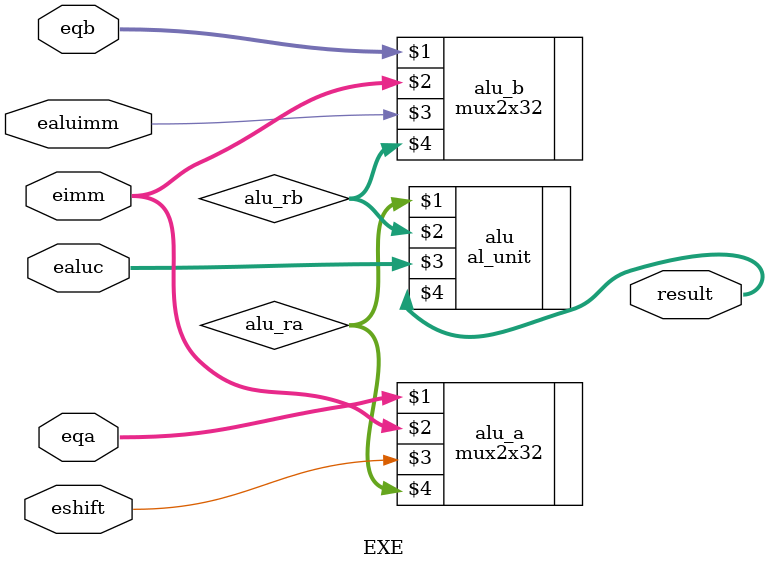
<source format=v>
`timescale 1ns / 1ps
module EXE(
  input [3:0]ealuc,
  input eshift, ealuimm,
  
  input [31:0]eqa, eqb, eimm,
  
  output [31:0]result
    );
	 
	 wire [31:0]alu_ra, alu_rb;
	 
	 mux2x32 alu_a(eqa, eimm, eshift, alu_ra);

	 mux2x32 alu_b(eqb, eimm, ealuimm, alu_rb);

	 al_unit alu(alu_ra, alu_rb, ealuc, result);

endmodule

</source>
